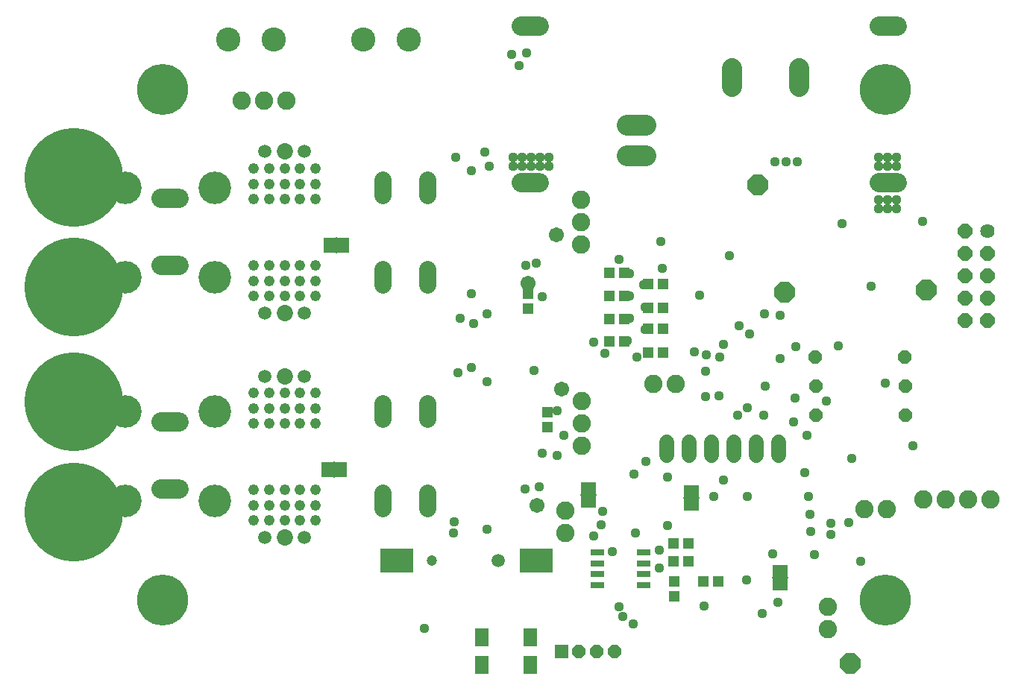
<source format=gbs>
G75*
%MOIN*%
%OFA0B0*%
%FSLAX25Y25*%
%IPPOS*%
%LPD*%
%AMOC8*
5,1,8,0,0,1.08239X$1,22.5*
%
%ADD10C,0.08200*%
%ADD11C,0.06800*%
%ADD12C,0.04769*%
%ADD13C,0.05950*%
%ADD14C,0.07296*%
%ADD15C,0.06400*%
%ADD16OC8,0.06400*%
%ADD17R,0.05918X0.08280*%
%ADD18R,0.05918X0.03162*%
%ADD19R,0.04737X0.05131*%
%ADD20C,0.04737*%
%ADD21C,0.05918*%
%ADD22R,0.14737X0.11036*%
%ADD23OC8,0.09300*%
%ADD24R,0.06000X0.06000*%
%ADD25OC8,0.06000*%
%ADD26C,0.09200*%
%ADD27C,0.10800*%
%ADD28R,0.07100X0.05400*%
%ADD29R,0.01600X0.03300*%
%ADD30R,0.07200X0.00600*%
%ADD31C,0.44107*%
%ADD32R,0.05131X0.04737*%
%ADD33C,0.07800*%
%ADD34C,0.14580*%
%ADD35C,0.08600*%
%ADD36C,0.09050*%
%ADD37R,0.05400X0.07100*%
%ADD38R,0.00600X0.07200*%
%ADD39C,0.06737*%
%ADD40C,0.22800*%
%ADD41C,0.04369*%
D10*
X0283854Y0121751D03*
X0283854Y0131751D03*
X0291043Y0160635D03*
X0291043Y0170635D03*
X0291043Y0180635D03*
X0323029Y0188492D03*
X0333029Y0188492D03*
X0417440Y0132248D03*
X0427440Y0132248D03*
X0443943Y0136719D03*
X0453943Y0136719D03*
X0463914Y0136845D03*
X0473914Y0136845D03*
X0401220Y0088808D03*
X0401220Y0078808D03*
X0291007Y0250614D03*
X0291007Y0260614D03*
X0291007Y0270614D03*
X0159080Y0315226D03*
X0149080Y0315226D03*
X0139080Y0315226D03*
D11*
X0329198Y0162563D02*
X0329198Y0156563D01*
X0339198Y0156563D02*
X0339198Y0162563D01*
X0349198Y0162563D02*
X0349198Y0156563D01*
X0359198Y0156563D02*
X0359198Y0162563D01*
X0369198Y0162563D02*
X0369198Y0156563D01*
X0379198Y0156563D02*
X0379198Y0162563D01*
D12*
X0172237Y0170579D03*
X0165347Y0170579D03*
X0158457Y0170579D03*
X0151568Y0170579D03*
X0144678Y0170579D03*
X0144678Y0177468D03*
X0151568Y0177468D03*
X0158457Y0177468D03*
X0165347Y0177468D03*
X0172237Y0177468D03*
X0172237Y0184358D03*
X0165347Y0184358D03*
X0158457Y0184358D03*
X0151568Y0184358D03*
X0144678Y0184358D03*
X0144678Y0141051D03*
X0151568Y0141051D03*
X0158457Y0141051D03*
X0165347Y0141051D03*
X0172237Y0141051D03*
X0172237Y0134161D03*
X0165347Y0134161D03*
X0158457Y0134161D03*
X0151568Y0134161D03*
X0144678Y0134161D03*
X0144678Y0127271D03*
X0151568Y0127271D03*
X0158457Y0127271D03*
X0165347Y0127271D03*
X0172237Y0127271D03*
X0172237Y0227665D03*
X0165347Y0227665D03*
X0158457Y0227665D03*
X0151568Y0227665D03*
X0144678Y0227665D03*
X0144678Y0234555D03*
X0151568Y0234555D03*
X0158457Y0234555D03*
X0165347Y0234555D03*
X0172237Y0234555D03*
X0172237Y0241445D03*
X0165347Y0241445D03*
X0158457Y0241445D03*
X0151568Y0241445D03*
X0144678Y0241445D03*
X0144678Y0270972D03*
X0151568Y0270972D03*
X0158457Y0270972D03*
X0165347Y0270972D03*
X0172237Y0270972D03*
X0172237Y0277862D03*
X0165347Y0277862D03*
X0158457Y0277862D03*
X0151568Y0277862D03*
X0144678Y0277862D03*
X0144678Y0284752D03*
X0151568Y0284752D03*
X0158457Y0284752D03*
X0165347Y0284752D03*
X0172237Y0284752D03*
D13*
X0167347Y0292252D03*
X0149568Y0292252D03*
X0149568Y0220165D03*
X0167347Y0220165D03*
X0167347Y0191858D03*
X0149568Y0191858D03*
X0149568Y0119771D03*
X0167347Y0119771D03*
D14*
X0158457Y0119771D03*
X0158457Y0191858D03*
X0158457Y0220165D03*
X0158457Y0292252D03*
D15*
X0472678Y0256657D03*
D16*
X0462678Y0256657D03*
X0462678Y0246657D03*
X0472678Y0246657D03*
X0472678Y0236657D03*
X0462678Y0236657D03*
X0462678Y0226657D03*
X0472678Y0226657D03*
X0472678Y0216657D03*
X0462678Y0216657D03*
D17*
X0268179Y0075177D03*
X0268179Y0062579D03*
X0246526Y0062579D03*
X0246526Y0075177D03*
D18*
X0298115Y0098255D03*
X0298115Y0103373D03*
X0298115Y0108097D03*
X0298115Y0113215D03*
X0318981Y0113215D03*
X0318981Y0108097D03*
X0318981Y0103373D03*
X0318981Y0098255D03*
D19*
X0332586Y0100159D03*
X0332586Y0093466D03*
X0345459Y0100161D03*
X0352151Y0100161D03*
X0338786Y0109029D03*
X0332093Y0109029D03*
X0332164Y0117226D03*
X0338857Y0117226D03*
X0275729Y0169185D03*
X0275729Y0175878D03*
X0267229Y0222185D03*
X0267229Y0228878D03*
D20*
X0224299Y0109253D03*
D21*
X0253826Y0109253D03*
D22*
X0270755Y0109253D03*
X0208354Y0109253D03*
D23*
X0411135Y0063531D03*
X0381906Y0229571D03*
X0445339Y0230571D03*
X0369905Y0277341D03*
D24*
X0282094Y0068704D03*
D25*
X0289968Y0068704D03*
X0297842Y0068704D03*
X0305716Y0068704D03*
X0395729Y0174531D03*
X0395729Y0187531D03*
X0395576Y0200531D03*
X0435576Y0200531D03*
X0435729Y0187531D03*
X0435729Y0174531D03*
D26*
X0319940Y0290268D02*
X0311540Y0290268D01*
X0311540Y0304048D02*
X0319940Y0304048D01*
D27*
X0213833Y0342420D03*
X0193360Y0342420D03*
X0153597Y0342420D03*
X0133124Y0342420D03*
D28*
X0294210Y0141583D03*
X0294210Y0135583D03*
X0340166Y0134441D03*
X0340166Y0140441D03*
X0379710Y0104639D03*
X0379710Y0098639D03*
D29*
X0379710Y0101639D03*
X0340166Y0137441D03*
X0294210Y0138583D03*
D30*
X0294210Y0138583D03*
X0340166Y0137441D03*
X0379710Y0101639D03*
D31*
X0064135Y0131208D03*
X0064135Y0180421D03*
X0064135Y0231602D03*
X0064135Y0280815D03*
D32*
X0303439Y0238082D03*
X0310132Y0238082D03*
X0320883Y0233031D03*
X0327576Y0233031D03*
X0327576Y0222531D03*
X0320883Y0222531D03*
X0310076Y0217531D03*
X0303383Y0217531D03*
X0303383Y0207531D03*
X0310076Y0207531D03*
X0320883Y0202531D03*
X0327576Y0202531D03*
X0327576Y0213031D03*
X0320883Y0213031D03*
X0310138Y0227878D03*
X0303445Y0227878D03*
D33*
X0222229Y0232708D02*
X0222229Y0239708D01*
X0202229Y0239708D02*
X0202229Y0232708D01*
X0202229Y0272708D02*
X0202229Y0279708D01*
X0222229Y0279708D02*
X0222229Y0272708D01*
X0222229Y0179708D02*
X0222229Y0172708D01*
X0202229Y0172708D02*
X0202229Y0179708D01*
X0202229Y0139708D02*
X0202229Y0132708D01*
X0222229Y0132708D02*
X0222229Y0139708D01*
D34*
X0127229Y0136031D03*
X0087229Y0136031D03*
X0087229Y0176031D03*
X0127229Y0176031D03*
X0127229Y0236031D03*
X0087229Y0236031D03*
X0087229Y0276031D03*
X0127229Y0276031D03*
D35*
X0111129Y0271531D02*
X0103329Y0271531D01*
X0103329Y0241531D02*
X0111129Y0241531D01*
X0111129Y0171531D02*
X0103329Y0171531D01*
X0103329Y0141531D02*
X0111129Y0141531D01*
X0264329Y0278531D02*
X0272129Y0278531D01*
X0272129Y0348531D02*
X0264329Y0348531D01*
X0424329Y0348531D02*
X0432129Y0348531D01*
X0432129Y0278531D02*
X0424329Y0278531D01*
D36*
X0388229Y0321406D02*
X0388229Y0329656D01*
X0358229Y0329656D02*
X0358229Y0321406D01*
D37*
X0184566Y0250502D03*
X0178566Y0250502D03*
X0177402Y0150085D03*
X0183402Y0150085D03*
D38*
X0180402Y0150085D03*
X0181566Y0250502D03*
D39*
X0267229Y0233531D03*
X0279729Y0255031D03*
X0282229Y0186031D03*
X0271229Y0134031D03*
D40*
X0103932Y0091707D03*
X0426745Y0091700D03*
X0426745Y0320164D03*
X0103932Y0320092D03*
D41*
X0234817Y0289804D03*
X0241804Y0283800D03*
X0249971Y0285716D03*
X0247971Y0292216D03*
X0260585Y0289800D03*
X0264585Y0289800D03*
X0268585Y0289800D03*
X0272585Y0289800D03*
X0276585Y0289800D03*
X0276585Y0285800D03*
X0272585Y0285800D03*
X0268585Y0285800D03*
X0264585Y0285800D03*
X0260585Y0285800D03*
X0326417Y0252154D03*
X0307729Y0244031D03*
X0312531Y0237866D03*
X0318801Y0232863D03*
X0312618Y0227866D03*
X0319373Y0222873D03*
X0312427Y0217769D03*
X0319532Y0212813D03*
X0311451Y0207657D03*
X0315787Y0200317D03*
X0301403Y0201955D03*
X0296566Y0207007D03*
X0269930Y0194312D03*
X0248930Y0189312D03*
X0241804Y0195907D03*
X0235847Y0193433D03*
X0242910Y0215250D03*
X0236734Y0217653D03*
X0248910Y0219750D03*
X0241804Y0228682D03*
X0266063Y0241531D03*
X0270832Y0242462D03*
X0273625Y0227534D03*
X0327101Y0240069D03*
X0343991Y0227924D03*
X0361559Y0214333D03*
X0366300Y0210734D03*
X0354646Y0206015D03*
X0346857Y0201393D03*
X0341424Y0202584D03*
X0352905Y0200485D03*
X0346638Y0193943D03*
X0346528Y0182821D03*
X0352455Y0183020D03*
X0365108Y0177644D03*
X0360808Y0174359D03*
X0372591Y0174359D03*
X0385744Y0171502D03*
X0391747Y0165265D03*
X0411754Y0155169D03*
X0390964Y0148620D03*
X0392444Y0138204D03*
X0393198Y0129915D03*
X0402488Y0126122D03*
X0402649Y0120944D03*
X0393543Y0122380D03*
X0410428Y0126479D03*
X0395109Y0112092D03*
X0376352Y0112319D03*
X0364881Y0100842D03*
X0378998Y0090648D03*
X0371767Y0085701D03*
X0345765Y0088985D03*
X0314126Y0081022D03*
X0309381Y0084306D03*
X0307798Y0088890D03*
X0325717Y0106223D03*
X0325896Y0114072D03*
X0315213Y0121837D03*
X0304849Y0113492D03*
X0296490Y0120540D03*
X0299921Y0125424D03*
X0300460Y0131271D03*
X0314424Y0148084D03*
X0319924Y0153584D03*
X0329424Y0146584D03*
X0350153Y0137985D03*
X0354506Y0145440D03*
X0365202Y0137985D03*
X0329611Y0125237D03*
X0280229Y0156531D03*
X0273430Y0157312D03*
X0283229Y0165531D03*
X0280229Y0176531D03*
X0272179Y0142545D03*
X0265907Y0141286D03*
X0234056Y0126788D03*
X0233930Y0121883D03*
X0248804Y0123288D03*
X0220924Y0079084D03*
X0415838Y0109147D03*
X0439193Y0160642D03*
X0400424Y0180584D03*
X0386406Y0182113D03*
X0373161Y0187531D03*
X0379924Y0199584D03*
X0386802Y0204954D03*
X0405943Y0205410D03*
X0379924Y0219084D03*
X0373001Y0219855D03*
X0420580Y0232006D03*
X0407424Y0260084D03*
X0423863Y0266674D03*
X0427863Y0266674D03*
X0431863Y0266674D03*
X0431863Y0270674D03*
X0427863Y0270674D03*
X0423863Y0270674D03*
X0443424Y0261084D03*
X0431863Y0285674D03*
X0427863Y0285674D03*
X0423863Y0285674D03*
X0423863Y0289674D03*
X0427863Y0289674D03*
X0431863Y0289674D03*
X0387457Y0287674D03*
X0382457Y0287674D03*
X0377457Y0287674D03*
X0357228Y0245586D03*
X0426754Y0188669D03*
X0263299Y0330780D03*
X0259826Y0335719D03*
X0266455Y0336553D03*
M02*

</source>
